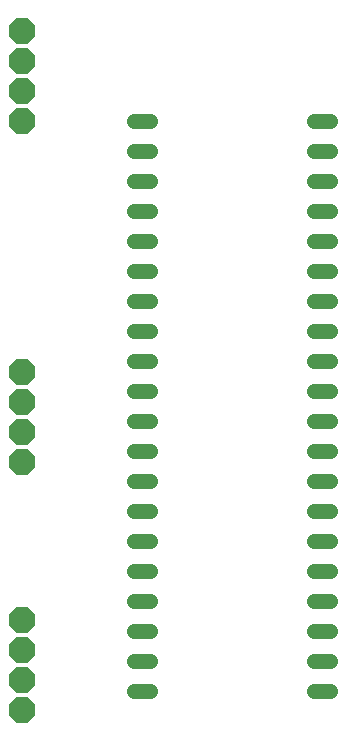
<source format=gbr>
G04 EAGLE Gerber RS-274X export*
G75*
%MOMM*%
%FSLAX34Y34*%
%LPD*%
%INTop Copper*%
%IPPOS*%
%AMOC8*
5,1,8,0,0,1.08239X$1,22.5*%
G01*
%ADD10P,2.336880X8X22.500000*%
%ADD11C,1.308000*%


D10*
X269875Y304800D03*
X269875Y330200D03*
X269875Y355600D03*
X269875Y279400D03*
X269875Y568325D03*
X269875Y644525D03*
X269875Y619125D03*
X269875Y593725D03*
X269875Y69850D03*
X269875Y120650D03*
X269875Y146050D03*
X269875Y95250D03*
D11*
X364935Y568325D02*
X378015Y568325D01*
X378015Y542925D02*
X364935Y542925D01*
X364935Y517525D02*
X378015Y517525D01*
X378015Y492125D02*
X364935Y492125D01*
X364935Y466725D02*
X378015Y466725D01*
X378015Y441325D02*
X364935Y441325D01*
X364935Y415925D02*
X378015Y415925D01*
X378015Y390525D02*
X364935Y390525D01*
X364935Y365125D02*
X378015Y365125D01*
X378015Y339725D02*
X364935Y339725D01*
X364935Y314325D02*
X378015Y314325D01*
X378015Y288925D02*
X364935Y288925D01*
X364935Y263525D02*
X378015Y263525D01*
X378015Y238125D02*
X364935Y238125D01*
X364935Y212725D02*
X378015Y212725D01*
X378015Y187325D02*
X364935Y187325D01*
X364935Y161925D02*
X378015Y161925D01*
X378015Y136525D02*
X364935Y136525D01*
X364935Y111125D02*
X378015Y111125D01*
X378015Y85725D02*
X364935Y85725D01*
X517335Y568325D02*
X530415Y568325D01*
X530415Y542925D02*
X517335Y542925D01*
X517335Y517525D02*
X530415Y517525D01*
X530415Y492125D02*
X517335Y492125D01*
X517335Y466725D02*
X530415Y466725D01*
X530415Y441325D02*
X517335Y441325D01*
X517335Y415925D02*
X530415Y415925D01*
X530415Y390525D02*
X517335Y390525D01*
X517335Y365125D02*
X530415Y365125D01*
X530415Y339725D02*
X517335Y339725D01*
X517335Y314325D02*
X530415Y314325D01*
X530415Y288925D02*
X517335Y288925D01*
X517335Y263525D02*
X530415Y263525D01*
X530415Y238125D02*
X517335Y238125D01*
X517335Y212725D02*
X530415Y212725D01*
X530415Y187325D02*
X517335Y187325D01*
X517335Y161925D02*
X530415Y161925D01*
X530415Y136525D02*
X517335Y136525D01*
X517335Y111125D02*
X530415Y111125D01*
X530415Y85725D02*
X517335Y85725D01*
M02*

</source>
